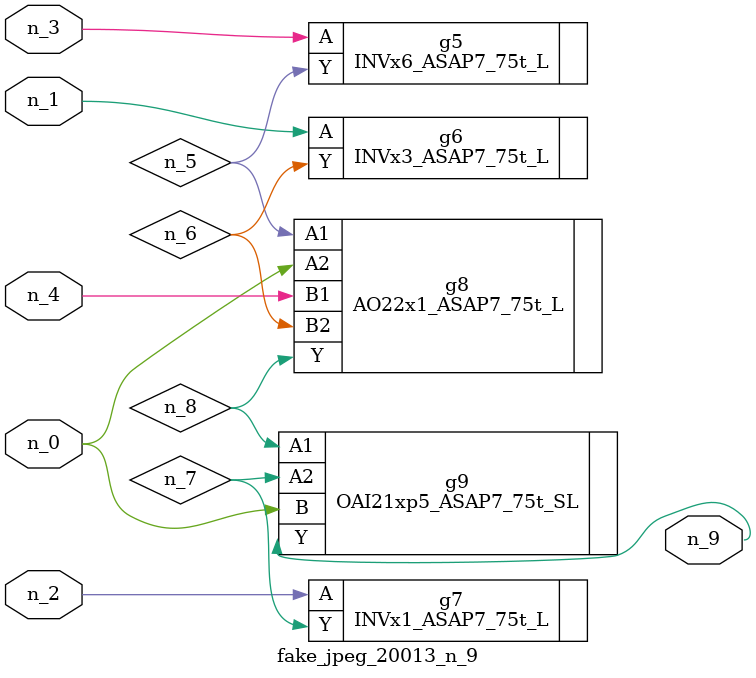
<source format=v>
module fake_jpeg_20013_n_9 (n_3, n_2, n_1, n_0, n_4, n_9);

input n_3;
input n_2;
input n_1;
input n_0;
input n_4;

output n_9;

wire n_8;
wire n_6;
wire n_5;
wire n_7;

INVx6_ASAP7_75t_L g5 ( 
.A(n_3),
.Y(n_5)
);

INVx3_ASAP7_75t_L g6 ( 
.A(n_1),
.Y(n_6)
);

INVx1_ASAP7_75t_L g7 ( 
.A(n_2),
.Y(n_7)
);

AO22x1_ASAP7_75t_L g8 ( 
.A1(n_5),
.A2(n_0),
.B1(n_4),
.B2(n_6),
.Y(n_8)
);

OAI21xp5_ASAP7_75t_SL g9 ( 
.A1(n_8),
.A2(n_7),
.B(n_0),
.Y(n_9)
);


endmodule
</source>
